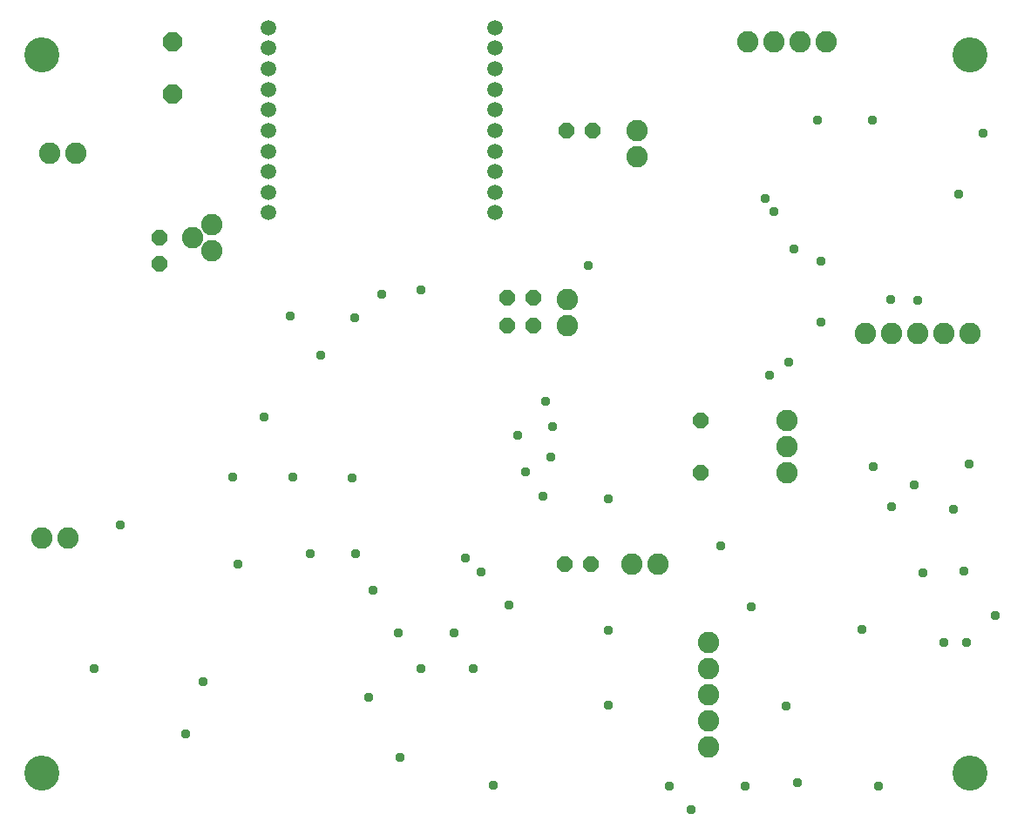
<source format=gbr>
G04 EAGLE Gerber RS-274X export*
G75*
%MOMM*%
%FSLAX34Y34*%
%LPD*%
%INSoldermask Bottom*%
%IPPOS*%
%AMOC8*
5,1,8,0,0,1.08239X$1,22.5*%
G01*
%ADD10P,1.951982X8X292.500000*%
%ADD11C,2.082800*%
%ADD12P,1.649562X8X112.500000*%
%ADD13P,1.649562X8X22.500000*%
%ADD14C,1.511200*%
%ADD15C,3.403200*%
%ADD16C,0.959600*%


D10*
X177800Y762000D03*
X177800Y711200D03*
D11*
X774700Y342900D03*
X774700Y368300D03*
X774700Y393700D03*
X623570Y254000D03*
X648970Y254000D03*
X50800Y279400D03*
X76200Y279400D03*
X83820Y654050D03*
X58420Y654050D03*
X812800Y762000D03*
X787400Y762000D03*
X762000Y762000D03*
X736600Y762000D03*
X628650Y675640D03*
X628650Y650240D03*
X698500Y177800D03*
X698500Y152400D03*
X698500Y127000D03*
X698500Y101600D03*
X698500Y76200D03*
X215900Y558800D03*
X196850Y571500D03*
X215900Y584200D03*
D12*
X690880Y342900D03*
X690880Y393700D03*
D13*
X560070Y675640D03*
X585470Y675640D03*
D12*
X165100Y546100D03*
X165100Y571500D03*
D13*
X558800Y254000D03*
X584200Y254000D03*
D14*
X271000Y775800D03*
X271000Y755800D03*
X271000Y735800D03*
X271000Y715800D03*
X271000Y695800D03*
X271000Y675800D03*
X271000Y655800D03*
X271000Y635800D03*
X271000Y615800D03*
X271000Y595800D03*
X491000Y595800D03*
X491000Y615800D03*
X491000Y635800D03*
X491000Y655800D03*
X491000Y675800D03*
X491000Y695800D03*
X491000Y715800D03*
X491000Y735800D03*
X491000Y755800D03*
X491000Y775800D03*
D15*
X50800Y749300D03*
X952500Y749300D03*
X50800Y50800D03*
X952500Y50800D03*
D11*
X850900Y478790D03*
X876300Y478790D03*
X901700Y478790D03*
X927100Y478790D03*
X952500Y478790D03*
X561340Y486410D03*
X561340Y511810D03*
D13*
X502920Y486410D03*
X528320Y486410D03*
X502920Y513080D03*
X528320Y513080D03*
D16*
X600964Y189738D03*
X600710Y116840D03*
X951230Y351790D03*
X897890Y331470D03*
X709930Y271780D03*
X803910Y685800D03*
X857250Y685800D03*
X600710Y317500D03*
X520700Y344170D03*
X537210Y320040D03*
X477520Y246380D03*
X355600Y264160D03*
X311150Y264160D03*
X757936Y437896D03*
X762000Y596900D03*
X236220Y339090D03*
X294640Y339090D03*
X781812Y560832D03*
X512826Y379476D03*
X451104Y186944D03*
X397002Y187452D03*
X381000Y516890D03*
X354330Y494030D03*
X504698Y214376D03*
X847090Y191008D03*
X976630Y204470D03*
X901700Y510540D03*
X547116Y388112D03*
X776732Y450342D03*
X906780Y245364D03*
X875690Y511200D03*
X739902Y212598D03*
X774192Y116078D03*
X540512Y412496D03*
X807466Y489712D03*
X807720Y548640D03*
X321818Y457200D03*
X351790Y337820D03*
X681228Y15748D03*
X927100Y177800D03*
X101600Y152400D03*
X266700Y397510D03*
X544830Y358140D03*
X462280Y260350D03*
X372110Y228600D03*
X419100Y152400D03*
X734060Y38100D03*
X863600Y38100D03*
X784860Y41910D03*
X948690Y177800D03*
X876300Y309880D03*
X935990Y307340D03*
X858520Y349250D03*
X941070Y614028D03*
X965200Y673100D03*
X753110Y609600D03*
X581660Y544830D03*
X190500Y88900D03*
X488950Y39370D03*
X469900Y152400D03*
X368300Y124460D03*
X419100Y520700D03*
X946150Y247650D03*
X127000Y292100D03*
X241300Y254000D03*
X207010Y139700D03*
X398780Y66040D03*
X660400Y38100D03*
X292100Y495300D03*
M02*

</source>
